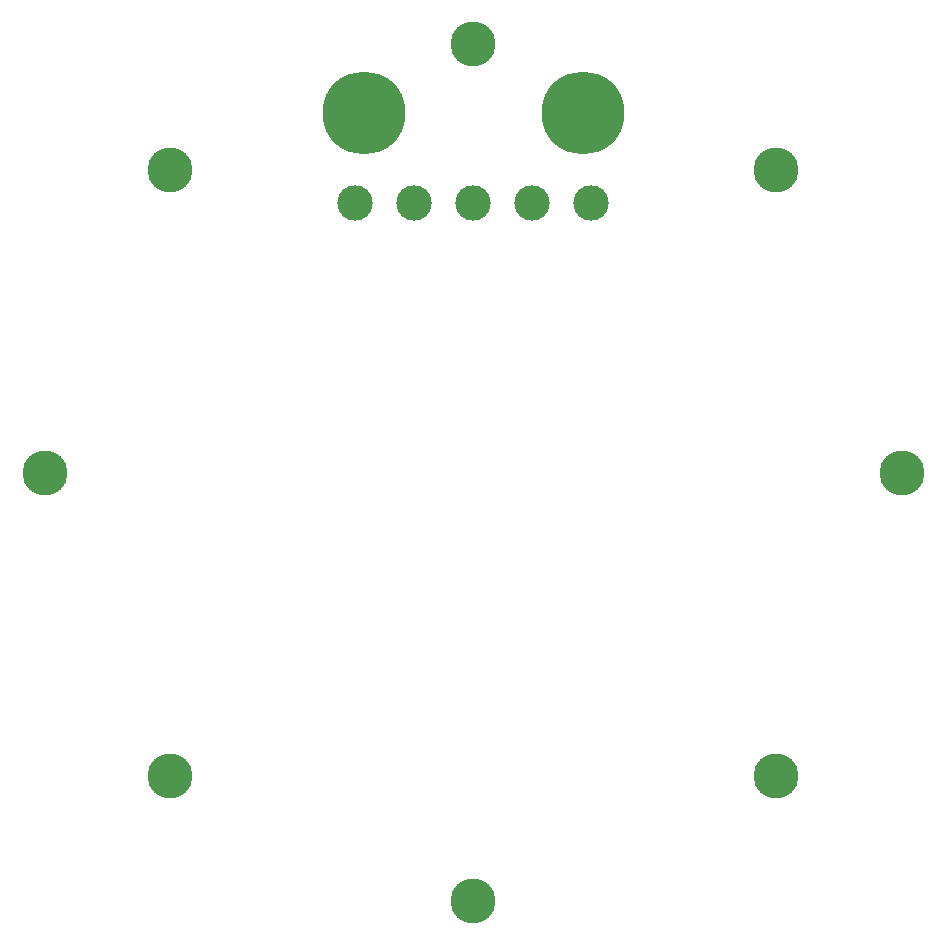
<source format=gbs>
G04 #@! TF.GenerationSoftware,KiCad,Pcbnew,8.0.4*
G04 #@! TF.CreationDate,2025-04-17T01:05:08+02:00*
G04 #@! TF.ProjectId,buck_mcu_stage,6275636b-5f6d-4637-955f-73746167652e,rev?*
G04 #@! TF.SameCoordinates,Original*
G04 #@! TF.FileFunction,Soldermask,Bot*
G04 #@! TF.FilePolarity,Negative*
%FSLAX46Y46*%
G04 Gerber Fmt 4.6, Leading zero omitted, Abs format (unit mm)*
G04 Created by KiCad (PCBNEW 8.0.4) date 2025-04-17 01:05:08*
%MOMM*%
%LPD*%
G01*
G04 APERTURE LIST*
%ADD10C,7.000000*%
%ADD11C,2.600000*%
%ADD12C,3.800000*%
%ADD13C,3.000000*%
G04 APERTURE END LIST*
D10*
X159250000Y-69504000D03*
X140750000Y-69504000D03*
D11*
X113737000Y-100000000D03*
D12*
X113737000Y-100000000D03*
D11*
X150000000Y-63737000D03*
D12*
X150000000Y-63737000D03*
D13*
X140000000Y-77200000D03*
X145000000Y-77200000D03*
X150000000Y-77200000D03*
X155000000Y-77200000D03*
X160000000Y-77200000D03*
D11*
X124358000Y-74359000D03*
D12*
X124358000Y-74359000D03*
D11*
X186263000Y-100000000D03*
D12*
X186263000Y-100000000D03*
D11*
X150000000Y-136263000D03*
D12*
X150000000Y-136263000D03*
D11*
X175641000Y-125641000D03*
D12*
X175641000Y-125641000D03*
D11*
X124359000Y-125641000D03*
D12*
X124359000Y-125641000D03*
D11*
X175641000Y-74359000D03*
D12*
X175641000Y-74359000D03*
M02*

</source>
